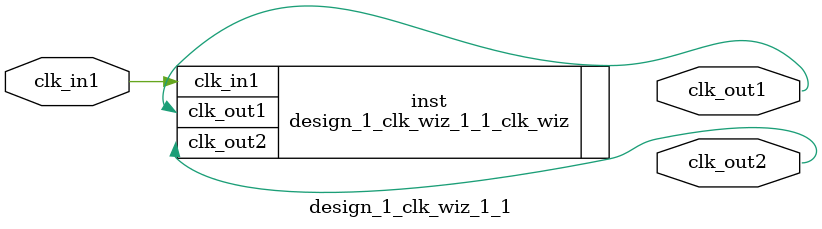
<source format=v>


`timescale 1ps/1ps

(* CORE_GENERATION_INFO = "design_1_clk_wiz_1_1,clk_wiz_v6_0_11_0_0,{component_name=design_1_clk_wiz_1_1,use_phase_alignment=true,use_min_o_jitter=false,use_max_i_jitter=false,use_dyn_phase_shift=false,use_inclk_switchover=false,use_dyn_reconfig=false,enable_axi=0,feedback_source=FDBK_AUTO,PRIMITIVE=MMCM,num_out_clk=2,clkin1_period=10.000,clkin2_period=10.000,use_power_down=false,use_reset=false,use_locked=false,use_inclk_stopped=false,feedback_type=SINGLE,CLOCK_MGR_TYPE=NA,manual_override=false}" *)

module design_1_clk_wiz_1_1 
 (
  // Clock out ports
  output        clk_out1,
  output        clk_out2,
 // Clock in ports
  input         clk_in1
 );

  design_1_clk_wiz_1_1_clk_wiz inst
  (
  // Clock out ports  
  .clk_out1(clk_out1),
  .clk_out2(clk_out2),
 // Clock in ports
  .clk_in1(clk_in1)
  );

endmodule

</source>
